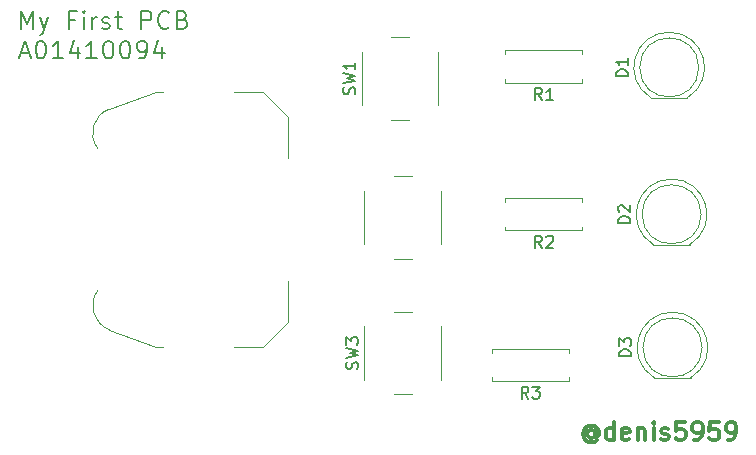
<source format=gto>
G04 #@! TF.GenerationSoftware,KiCad,Pcbnew,9.0.2*
G04 #@! TF.CreationDate,2025-05-20T16:04:07-06:00*
G04 #@! TF.ProjectId,test_kicad,74657374-5f6b-4696-9361-642e6b696361,rev?*
G04 #@! TF.SameCoordinates,Original*
G04 #@! TF.FileFunction,Legend,Top*
G04 #@! TF.FilePolarity,Positive*
%FSLAX46Y46*%
G04 Gerber Fmt 4.6, Leading zero omitted, Abs format (unit mm)*
G04 Created by KiCad (PCBNEW 9.0.2) date 2025-05-20 16:04:07*
%MOMM*%
%LPD*%
G01*
G04 APERTURE LIST*
%ADD10C,0.300000*%
%ADD11C,0.150000*%
%ADD12C,0.120000*%
%ADD13C,1.800000*%
%ADD14R,1.800000X1.800000*%
%ADD15R,5.080000X1.270000*%
%ADD16C,17.800000*%
%ADD17C,2.000000*%
%ADD18C,1.600000*%
G04 APERTURE END LIST*
D10*
X151483082Y-86886542D02*
X151411653Y-86815114D01*
X151411653Y-86815114D02*
X151268796Y-86743685D01*
X151268796Y-86743685D02*
X151125939Y-86743685D01*
X151125939Y-86743685D02*
X150983082Y-86815114D01*
X150983082Y-86815114D02*
X150911653Y-86886542D01*
X150911653Y-86886542D02*
X150840225Y-87029400D01*
X150840225Y-87029400D02*
X150840225Y-87172257D01*
X150840225Y-87172257D02*
X150911653Y-87315114D01*
X150911653Y-87315114D02*
X150983082Y-87386542D01*
X150983082Y-87386542D02*
X151125939Y-87457971D01*
X151125939Y-87457971D02*
X151268796Y-87457971D01*
X151268796Y-87457971D02*
X151411653Y-87386542D01*
X151411653Y-87386542D02*
X151483082Y-87315114D01*
X151483082Y-86743685D02*
X151483082Y-87315114D01*
X151483082Y-87315114D02*
X151554510Y-87386542D01*
X151554510Y-87386542D02*
X151625939Y-87386542D01*
X151625939Y-87386542D02*
X151768796Y-87315114D01*
X151768796Y-87315114D02*
X151840225Y-87172257D01*
X151840225Y-87172257D02*
X151840225Y-86815114D01*
X151840225Y-86815114D02*
X151697368Y-86600828D01*
X151697368Y-86600828D02*
X151483082Y-86457971D01*
X151483082Y-86457971D02*
X151197368Y-86386542D01*
X151197368Y-86386542D02*
X150911653Y-86457971D01*
X150911653Y-86457971D02*
X150697368Y-86600828D01*
X150697368Y-86600828D02*
X150554510Y-86815114D01*
X150554510Y-86815114D02*
X150483082Y-87100828D01*
X150483082Y-87100828D02*
X150554510Y-87386542D01*
X150554510Y-87386542D02*
X150697368Y-87600828D01*
X150697368Y-87600828D02*
X150911653Y-87743685D01*
X150911653Y-87743685D02*
X151197368Y-87815114D01*
X151197368Y-87815114D02*
X151483082Y-87743685D01*
X151483082Y-87743685D02*
X151697368Y-87600828D01*
X153125939Y-87600828D02*
X153125939Y-86100828D01*
X153125939Y-87529400D02*
X152983081Y-87600828D01*
X152983081Y-87600828D02*
X152697367Y-87600828D01*
X152697367Y-87600828D02*
X152554510Y-87529400D01*
X152554510Y-87529400D02*
X152483081Y-87457971D01*
X152483081Y-87457971D02*
X152411653Y-87315114D01*
X152411653Y-87315114D02*
X152411653Y-86886542D01*
X152411653Y-86886542D02*
X152483081Y-86743685D01*
X152483081Y-86743685D02*
X152554510Y-86672257D01*
X152554510Y-86672257D02*
X152697367Y-86600828D01*
X152697367Y-86600828D02*
X152983081Y-86600828D01*
X152983081Y-86600828D02*
X153125939Y-86672257D01*
X154411653Y-87529400D02*
X154268796Y-87600828D01*
X154268796Y-87600828D02*
X153983082Y-87600828D01*
X153983082Y-87600828D02*
X153840224Y-87529400D01*
X153840224Y-87529400D02*
X153768796Y-87386542D01*
X153768796Y-87386542D02*
X153768796Y-86815114D01*
X153768796Y-86815114D02*
X153840224Y-86672257D01*
X153840224Y-86672257D02*
X153983082Y-86600828D01*
X153983082Y-86600828D02*
X154268796Y-86600828D01*
X154268796Y-86600828D02*
X154411653Y-86672257D01*
X154411653Y-86672257D02*
X154483082Y-86815114D01*
X154483082Y-86815114D02*
X154483082Y-86957971D01*
X154483082Y-86957971D02*
X153768796Y-87100828D01*
X155125938Y-86600828D02*
X155125938Y-87600828D01*
X155125938Y-86743685D02*
X155197367Y-86672257D01*
X155197367Y-86672257D02*
X155340224Y-86600828D01*
X155340224Y-86600828D02*
X155554510Y-86600828D01*
X155554510Y-86600828D02*
X155697367Y-86672257D01*
X155697367Y-86672257D02*
X155768796Y-86815114D01*
X155768796Y-86815114D02*
X155768796Y-87600828D01*
X156483081Y-87600828D02*
X156483081Y-86600828D01*
X156483081Y-86100828D02*
X156411653Y-86172257D01*
X156411653Y-86172257D02*
X156483081Y-86243685D01*
X156483081Y-86243685D02*
X156554510Y-86172257D01*
X156554510Y-86172257D02*
X156483081Y-86100828D01*
X156483081Y-86100828D02*
X156483081Y-86243685D01*
X157125939Y-87529400D02*
X157268796Y-87600828D01*
X157268796Y-87600828D02*
X157554510Y-87600828D01*
X157554510Y-87600828D02*
X157697367Y-87529400D01*
X157697367Y-87529400D02*
X157768796Y-87386542D01*
X157768796Y-87386542D02*
X157768796Y-87315114D01*
X157768796Y-87315114D02*
X157697367Y-87172257D01*
X157697367Y-87172257D02*
X157554510Y-87100828D01*
X157554510Y-87100828D02*
X157340225Y-87100828D01*
X157340225Y-87100828D02*
X157197367Y-87029400D01*
X157197367Y-87029400D02*
X157125939Y-86886542D01*
X157125939Y-86886542D02*
X157125939Y-86815114D01*
X157125939Y-86815114D02*
X157197367Y-86672257D01*
X157197367Y-86672257D02*
X157340225Y-86600828D01*
X157340225Y-86600828D02*
X157554510Y-86600828D01*
X157554510Y-86600828D02*
X157697367Y-86672257D01*
X159125939Y-86100828D02*
X158411653Y-86100828D01*
X158411653Y-86100828D02*
X158340225Y-86815114D01*
X158340225Y-86815114D02*
X158411653Y-86743685D01*
X158411653Y-86743685D02*
X158554511Y-86672257D01*
X158554511Y-86672257D02*
X158911653Y-86672257D01*
X158911653Y-86672257D02*
X159054511Y-86743685D01*
X159054511Y-86743685D02*
X159125939Y-86815114D01*
X159125939Y-86815114D02*
X159197368Y-86957971D01*
X159197368Y-86957971D02*
X159197368Y-87315114D01*
X159197368Y-87315114D02*
X159125939Y-87457971D01*
X159125939Y-87457971D02*
X159054511Y-87529400D01*
X159054511Y-87529400D02*
X158911653Y-87600828D01*
X158911653Y-87600828D02*
X158554511Y-87600828D01*
X158554511Y-87600828D02*
X158411653Y-87529400D01*
X158411653Y-87529400D02*
X158340225Y-87457971D01*
X159911653Y-87600828D02*
X160197367Y-87600828D01*
X160197367Y-87600828D02*
X160340224Y-87529400D01*
X160340224Y-87529400D02*
X160411653Y-87457971D01*
X160411653Y-87457971D02*
X160554510Y-87243685D01*
X160554510Y-87243685D02*
X160625939Y-86957971D01*
X160625939Y-86957971D02*
X160625939Y-86386542D01*
X160625939Y-86386542D02*
X160554510Y-86243685D01*
X160554510Y-86243685D02*
X160483082Y-86172257D01*
X160483082Y-86172257D02*
X160340224Y-86100828D01*
X160340224Y-86100828D02*
X160054510Y-86100828D01*
X160054510Y-86100828D02*
X159911653Y-86172257D01*
X159911653Y-86172257D02*
X159840224Y-86243685D01*
X159840224Y-86243685D02*
X159768796Y-86386542D01*
X159768796Y-86386542D02*
X159768796Y-86743685D01*
X159768796Y-86743685D02*
X159840224Y-86886542D01*
X159840224Y-86886542D02*
X159911653Y-86957971D01*
X159911653Y-86957971D02*
X160054510Y-87029400D01*
X160054510Y-87029400D02*
X160340224Y-87029400D01*
X160340224Y-87029400D02*
X160483082Y-86957971D01*
X160483082Y-86957971D02*
X160554510Y-86886542D01*
X160554510Y-86886542D02*
X160625939Y-86743685D01*
X161983081Y-86100828D02*
X161268795Y-86100828D01*
X161268795Y-86100828D02*
X161197367Y-86815114D01*
X161197367Y-86815114D02*
X161268795Y-86743685D01*
X161268795Y-86743685D02*
X161411653Y-86672257D01*
X161411653Y-86672257D02*
X161768795Y-86672257D01*
X161768795Y-86672257D02*
X161911653Y-86743685D01*
X161911653Y-86743685D02*
X161983081Y-86815114D01*
X161983081Y-86815114D02*
X162054510Y-86957971D01*
X162054510Y-86957971D02*
X162054510Y-87315114D01*
X162054510Y-87315114D02*
X161983081Y-87457971D01*
X161983081Y-87457971D02*
X161911653Y-87529400D01*
X161911653Y-87529400D02*
X161768795Y-87600828D01*
X161768795Y-87600828D02*
X161411653Y-87600828D01*
X161411653Y-87600828D02*
X161268795Y-87529400D01*
X161268795Y-87529400D02*
X161197367Y-87457971D01*
X162768795Y-87600828D02*
X163054509Y-87600828D01*
X163054509Y-87600828D02*
X163197366Y-87529400D01*
X163197366Y-87529400D02*
X163268795Y-87457971D01*
X163268795Y-87457971D02*
X163411652Y-87243685D01*
X163411652Y-87243685D02*
X163483081Y-86957971D01*
X163483081Y-86957971D02*
X163483081Y-86386542D01*
X163483081Y-86386542D02*
X163411652Y-86243685D01*
X163411652Y-86243685D02*
X163340224Y-86172257D01*
X163340224Y-86172257D02*
X163197366Y-86100828D01*
X163197366Y-86100828D02*
X162911652Y-86100828D01*
X162911652Y-86100828D02*
X162768795Y-86172257D01*
X162768795Y-86172257D02*
X162697366Y-86243685D01*
X162697366Y-86243685D02*
X162625938Y-86386542D01*
X162625938Y-86386542D02*
X162625938Y-86743685D01*
X162625938Y-86743685D02*
X162697366Y-86886542D01*
X162697366Y-86886542D02*
X162768795Y-86957971D01*
X162768795Y-86957971D02*
X162911652Y-87029400D01*
X162911652Y-87029400D02*
X163197366Y-87029400D01*
X163197366Y-87029400D02*
X163340224Y-86957971D01*
X163340224Y-86957971D02*
X163411652Y-86886542D01*
X163411652Y-86886542D02*
X163483081Y-86743685D01*
D11*
X102955826Y-52808628D02*
X102955826Y-51308628D01*
X102955826Y-51308628D02*
X103455826Y-52380057D01*
X103455826Y-52380057D02*
X103955826Y-51308628D01*
X103955826Y-51308628D02*
X103955826Y-52808628D01*
X104527255Y-51808628D02*
X104884398Y-52808628D01*
X105241541Y-51808628D02*
X104884398Y-52808628D01*
X104884398Y-52808628D02*
X104741541Y-53165771D01*
X104741541Y-53165771D02*
X104670112Y-53237200D01*
X104670112Y-53237200D02*
X104527255Y-53308628D01*
X107455826Y-52022914D02*
X106955826Y-52022914D01*
X106955826Y-52808628D02*
X106955826Y-51308628D01*
X106955826Y-51308628D02*
X107670112Y-51308628D01*
X108241540Y-52808628D02*
X108241540Y-51808628D01*
X108241540Y-51308628D02*
X108170112Y-51380057D01*
X108170112Y-51380057D02*
X108241540Y-51451485D01*
X108241540Y-51451485D02*
X108312969Y-51380057D01*
X108312969Y-51380057D02*
X108241540Y-51308628D01*
X108241540Y-51308628D02*
X108241540Y-51451485D01*
X108955826Y-52808628D02*
X108955826Y-51808628D01*
X108955826Y-52094342D02*
X109027255Y-51951485D01*
X109027255Y-51951485D02*
X109098684Y-51880057D01*
X109098684Y-51880057D02*
X109241541Y-51808628D01*
X109241541Y-51808628D02*
X109384398Y-51808628D01*
X109812969Y-52737200D02*
X109955826Y-52808628D01*
X109955826Y-52808628D02*
X110241540Y-52808628D01*
X110241540Y-52808628D02*
X110384397Y-52737200D01*
X110384397Y-52737200D02*
X110455826Y-52594342D01*
X110455826Y-52594342D02*
X110455826Y-52522914D01*
X110455826Y-52522914D02*
X110384397Y-52380057D01*
X110384397Y-52380057D02*
X110241540Y-52308628D01*
X110241540Y-52308628D02*
X110027255Y-52308628D01*
X110027255Y-52308628D02*
X109884397Y-52237200D01*
X109884397Y-52237200D02*
X109812969Y-52094342D01*
X109812969Y-52094342D02*
X109812969Y-52022914D01*
X109812969Y-52022914D02*
X109884397Y-51880057D01*
X109884397Y-51880057D02*
X110027255Y-51808628D01*
X110027255Y-51808628D02*
X110241540Y-51808628D01*
X110241540Y-51808628D02*
X110384397Y-51880057D01*
X110884398Y-51808628D02*
X111455826Y-51808628D01*
X111098683Y-51308628D02*
X111098683Y-52594342D01*
X111098683Y-52594342D02*
X111170112Y-52737200D01*
X111170112Y-52737200D02*
X111312969Y-52808628D01*
X111312969Y-52808628D02*
X111455826Y-52808628D01*
X113098683Y-52808628D02*
X113098683Y-51308628D01*
X113098683Y-51308628D02*
X113670112Y-51308628D01*
X113670112Y-51308628D02*
X113812969Y-51380057D01*
X113812969Y-51380057D02*
X113884398Y-51451485D01*
X113884398Y-51451485D02*
X113955826Y-51594342D01*
X113955826Y-51594342D02*
X113955826Y-51808628D01*
X113955826Y-51808628D02*
X113884398Y-51951485D01*
X113884398Y-51951485D02*
X113812969Y-52022914D01*
X113812969Y-52022914D02*
X113670112Y-52094342D01*
X113670112Y-52094342D02*
X113098683Y-52094342D01*
X115455826Y-52665771D02*
X115384398Y-52737200D01*
X115384398Y-52737200D02*
X115170112Y-52808628D01*
X115170112Y-52808628D02*
X115027255Y-52808628D01*
X115027255Y-52808628D02*
X114812969Y-52737200D01*
X114812969Y-52737200D02*
X114670112Y-52594342D01*
X114670112Y-52594342D02*
X114598683Y-52451485D01*
X114598683Y-52451485D02*
X114527255Y-52165771D01*
X114527255Y-52165771D02*
X114527255Y-51951485D01*
X114527255Y-51951485D02*
X114598683Y-51665771D01*
X114598683Y-51665771D02*
X114670112Y-51522914D01*
X114670112Y-51522914D02*
X114812969Y-51380057D01*
X114812969Y-51380057D02*
X115027255Y-51308628D01*
X115027255Y-51308628D02*
X115170112Y-51308628D01*
X115170112Y-51308628D02*
X115384398Y-51380057D01*
X115384398Y-51380057D02*
X115455826Y-51451485D01*
X116598683Y-52022914D02*
X116812969Y-52094342D01*
X116812969Y-52094342D02*
X116884398Y-52165771D01*
X116884398Y-52165771D02*
X116955826Y-52308628D01*
X116955826Y-52308628D02*
X116955826Y-52522914D01*
X116955826Y-52522914D02*
X116884398Y-52665771D01*
X116884398Y-52665771D02*
X116812969Y-52737200D01*
X116812969Y-52737200D02*
X116670112Y-52808628D01*
X116670112Y-52808628D02*
X116098683Y-52808628D01*
X116098683Y-52808628D02*
X116098683Y-51308628D01*
X116098683Y-51308628D02*
X116598683Y-51308628D01*
X116598683Y-51308628D02*
X116741541Y-51380057D01*
X116741541Y-51380057D02*
X116812969Y-51451485D01*
X116812969Y-51451485D02*
X116884398Y-51594342D01*
X116884398Y-51594342D02*
X116884398Y-51737200D01*
X116884398Y-51737200D02*
X116812969Y-51880057D01*
X116812969Y-51880057D02*
X116741541Y-51951485D01*
X116741541Y-51951485D02*
X116598683Y-52022914D01*
X116598683Y-52022914D02*
X116098683Y-52022914D01*
X102884398Y-54880057D02*
X103598684Y-54880057D01*
X102741541Y-55308628D02*
X103241541Y-53808628D01*
X103241541Y-53808628D02*
X103741541Y-55308628D01*
X104527255Y-53808628D02*
X104670112Y-53808628D01*
X104670112Y-53808628D02*
X104812969Y-53880057D01*
X104812969Y-53880057D02*
X104884398Y-53951485D01*
X104884398Y-53951485D02*
X104955826Y-54094342D01*
X104955826Y-54094342D02*
X105027255Y-54380057D01*
X105027255Y-54380057D02*
X105027255Y-54737200D01*
X105027255Y-54737200D02*
X104955826Y-55022914D01*
X104955826Y-55022914D02*
X104884398Y-55165771D01*
X104884398Y-55165771D02*
X104812969Y-55237200D01*
X104812969Y-55237200D02*
X104670112Y-55308628D01*
X104670112Y-55308628D02*
X104527255Y-55308628D01*
X104527255Y-55308628D02*
X104384398Y-55237200D01*
X104384398Y-55237200D02*
X104312969Y-55165771D01*
X104312969Y-55165771D02*
X104241540Y-55022914D01*
X104241540Y-55022914D02*
X104170112Y-54737200D01*
X104170112Y-54737200D02*
X104170112Y-54380057D01*
X104170112Y-54380057D02*
X104241540Y-54094342D01*
X104241540Y-54094342D02*
X104312969Y-53951485D01*
X104312969Y-53951485D02*
X104384398Y-53880057D01*
X104384398Y-53880057D02*
X104527255Y-53808628D01*
X106455826Y-55308628D02*
X105598683Y-55308628D01*
X106027254Y-55308628D02*
X106027254Y-53808628D01*
X106027254Y-53808628D02*
X105884397Y-54022914D01*
X105884397Y-54022914D02*
X105741540Y-54165771D01*
X105741540Y-54165771D02*
X105598683Y-54237200D01*
X107741540Y-54308628D02*
X107741540Y-55308628D01*
X107384397Y-53737200D02*
X107027254Y-54808628D01*
X107027254Y-54808628D02*
X107955825Y-54808628D01*
X109312968Y-55308628D02*
X108455825Y-55308628D01*
X108884396Y-55308628D02*
X108884396Y-53808628D01*
X108884396Y-53808628D02*
X108741539Y-54022914D01*
X108741539Y-54022914D02*
X108598682Y-54165771D01*
X108598682Y-54165771D02*
X108455825Y-54237200D01*
X110241539Y-53808628D02*
X110384396Y-53808628D01*
X110384396Y-53808628D02*
X110527253Y-53880057D01*
X110527253Y-53880057D02*
X110598682Y-53951485D01*
X110598682Y-53951485D02*
X110670110Y-54094342D01*
X110670110Y-54094342D02*
X110741539Y-54380057D01*
X110741539Y-54380057D02*
X110741539Y-54737200D01*
X110741539Y-54737200D02*
X110670110Y-55022914D01*
X110670110Y-55022914D02*
X110598682Y-55165771D01*
X110598682Y-55165771D02*
X110527253Y-55237200D01*
X110527253Y-55237200D02*
X110384396Y-55308628D01*
X110384396Y-55308628D02*
X110241539Y-55308628D01*
X110241539Y-55308628D02*
X110098682Y-55237200D01*
X110098682Y-55237200D02*
X110027253Y-55165771D01*
X110027253Y-55165771D02*
X109955824Y-55022914D01*
X109955824Y-55022914D02*
X109884396Y-54737200D01*
X109884396Y-54737200D02*
X109884396Y-54380057D01*
X109884396Y-54380057D02*
X109955824Y-54094342D01*
X109955824Y-54094342D02*
X110027253Y-53951485D01*
X110027253Y-53951485D02*
X110098682Y-53880057D01*
X110098682Y-53880057D02*
X110241539Y-53808628D01*
X111670110Y-53808628D02*
X111812967Y-53808628D01*
X111812967Y-53808628D02*
X111955824Y-53880057D01*
X111955824Y-53880057D02*
X112027253Y-53951485D01*
X112027253Y-53951485D02*
X112098681Y-54094342D01*
X112098681Y-54094342D02*
X112170110Y-54380057D01*
X112170110Y-54380057D02*
X112170110Y-54737200D01*
X112170110Y-54737200D02*
X112098681Y-55022914D01*
X112098681Y-55022914D02*
X112027253Y-55165771D01*
X112027253Y-55165771D02*
X111955824Y-55237200D01*
X111955824Y-55237200D02*
X111812967Y-55308628D01*
X111812967Y-55308628D02*
X111670110Y-55308628D01*
X111670110Y-55308628D02*
X111527253Y-55237200D01*
X111527253Y-55237200D02*
X111455824Y-55165771D01*
X111455824Y-55165771D02*
X111384395Y-55022914D01*
X111384395Y-55022914D02*
X111312967Y-54737200D01*
X111312967Y-54737200D02*
X111312967Y-54380057D01*
X111312967Y-54380057D02*
X111384395Y-54094342D01*
X111384395Y-54094342D02*
X111455824Y-53951485D01*
X111455824Y-53951485D02*
X111527253Y-53880057D01*
X111527253Y-53880057D02*
X111670110Y-53808628D01*
X112884395Y-55308628D02*
X113170109Y-55308628D01*
X113170109Y-55308628D02*
X113312966Y-55237200D01*
X113312966Y-55237200D02*
X113384395Y-55165771D01*
X113384395Y-55165771D02*
X113527252Y-54951485D01*
X113527252Y-54951485D02*
X113598681Y-54665771D01*
X113598681Y-54665771D02*
X113598681Y-54094342D01*
X113598681Y-54094342D02*
X113527252Y-53951485D01*
X113527252Y-53951485D02*
X113455824Y-53880057D01*
X113455824Y-53880057D02*
X113312966Y-53808628D01*
X113312966Y-53808628D02*
X113027252Y-53808628D01*
X113027252Y-53808628D02*
X112884395Y-53880057D01*
X112884395Y-53880057D02*
X112812966Y-53951485D01*
X112812966Y-53951485D02*
X112741538Y-54094342D01*
X112741538Y-54094342D02*
X112741538Y-54451485D01*
X112741538Y-54451485D02*
X112812966Y-54594342D01*
X112812966Y-54594342D02*
X112884395Y-54665771D01*
X112884395Y-54665771D02*
X113027252Y-54737200D01*
X113027252Y-54737200D02*
X113312966Y-54737200D01*
X113312966Y-54737200D02*
X113455824Y-54665771D01*
X113455824Y-54665771D02*
X113527252Y-54594342D01*
X113527252Y-54594342D02*
X113598681Y-54451485D01*
X114884395Y-54308628D02*
X114884395Y-55308628D01*
X114527252Y-53737200D02*
X114170109Y-54808628D01*
X114170109Y-54808628D02*
X115098680Y-54808628D01*
X154294819Y-56808094D02*
X153294819Y-56808094D01*
X153294819Y-56808094D02*
X153294819Y-56569999D01*
X153294819Y-56569999D02*
X153342438Y-56427142D01*
X153342438Y-56427142D02*
X153437676Y-56331904D01*
X153437676Y-56331904D02*
X153532914Y-56284285D01*
X153532914Y-56284285D02*
X153723390Y-56236666D01*
X153723390Y-56236666D02*
X153866247Y-56236666D01*
X153866247Y-56236666D02*
X154056723Y-56284285D01*
X154056723Y-56284285D02*
X154151961Y-56331904D01*
X154151961Y-56331904D02*
X154247200Y-56427142D01*
X154247200Y-56427142D02*
X154294819Y-56569999D01*
X154294819Y-56569999D02*
X154294819Y-56808094D01*
X154294819Y-55284285D02*
X154294819Y-55855713D01*
X154294819Y-55569999D02*
X153294819Y-55569999D01*
X153294819Y-55569999D02*
X153437676Y-55665237D01*
X153437676Y-55665237D02*
X153532914Y-55760475D01*
X153532914Y-55760475D02*
X153580533Y-55855713D01*
X131407200Y-81583332D02*
X131454819Y-81440475D01*
X131454819Y-81440475D02*
X131454819Y-81202380D01*
X131454819Y-81202380D02*
X131407200Y-81107142D01*
X131407200Y-81107142D02*
X131359580Y-81059523D01*
X131359580Y-81059523D02*
X131264342Y-81011904D01*
X131264342Y-81011904D02*
X131169104Y-81011904D01*
X131169104Y-81011904D02*
X131073866Y-81059523D01*
X131073866Y-81059523D02*
X131026247Y-81107142D01*
X131026247Y-81107142D02*
X130978628Y-81202380D01*
X130978628Y-81202380D02*
X130931009Y-81392856D01*
X130931009Y-81392856D02*
X130883390Y-81488094D01*
X130883390Y-81488094D02*
X130835771Y-81535713D01*
X130835771Y-81535713D02*
X130740533Y-81583332D01*
X130740533Y-81583332D02*
X130645295Y-81583332D01*
X130645295Y-81583332D02*
X130550057Y-81535713D01*
X130550057Y-81535713D02*
X130502438Y-81488094D01*
X130502438Y-81488094D02*
X130454819Y-81392856D01*
X130454819Y-81392856D02*
X130454819Y-81154761D01*
X130454819Y-81154761D02*
X130502438Y-81011904D01*
X130454819Y-80678570D02*
X131454819Y-80440475D01*
X131454819Y-80440475D02*
X130740533Y-80249999D01*
X130740533Y-80249999D02*
X131454819Y-80059523D01*
X131454819Y-80059523D02*
X130454819Y-79821428D01*
X130454819Y-79535713D02*
X130454819Y-78916666D01*
X130454819Y-78916666D02*
X130835771Y-79249999D01*
X130835771Y-79249999D02*
X130835771Y-79107142D01*
X130835771Y-79107142D02*
X130883390Y-79011904D01*
X130883390Y-79011904D02*
X130931009Y-78964285D01*
X130931009Y-78964285D02*
X131026247Y-78916666D01*
X131026247Y-78916666D02*
X131264342Y-78916666D01*
X131264342Y-78916666D02*
X131359580Y-78964285D01*
X131359580Y-78964285D02*
X131407200Y-79011904D01*
X131407200Y-79011904D02*
X131454819Y-79107142D01*
X131454819Y-79107142D02*
X131454819Y-79392856D01*
X131454819Y-79392856D02*
X131407200Y-79488094D01*
X131407200Y-79488094D02*
X131359580Y-79535713D01*
X145883333Y-84104819D02*
X145550000Y-83628628D01*
X145311905Y-84104819D02*
X145311905Y-83104819D01*
X145311905Y-83104819D02*
X145692857Y-83104819D01*
X145692857Y-83104819D02*
X145788095Y-83152438D01*
X145788095Y-83152438D02*
X145835714Y-83200057D01*
X145835714Y-83200057D02*
X145883333Y-83295295D01*
X145883333Y-83295295D02*
X145883333Y-83438152D01*
X145883333Y-83438152D02*
X145835714Y-83533390D01*
X145835714Y-83533390D02*
X145788095Y-83581009D01*
X145788095Y-83581009D02*
X145692857Y-83628628D01*
X145692857Y-83628628D02*
X145311905Y-83628628D01*
X146216667Y-83104819D02*
X146835714Y-83104819D01*
X146835714Y-83104819D02*
X146502381Y-83485771D01*
X146502381Y-83485771D02*
X146645238Y-83485771D01*
X146645238Y-83485771D02*
X146740476Y-83533390D01*
X146740476Y-83533390D02*
X146788095Y-83581009D01*
X146788095Y-83581009D02*
X146835714Y-83676247D01*
X146835714Y-83676247D02*
X146835714Y-83914342D01*
X146835714Y-83914342D02*
X146788095Y-84009580D01*
X146788095Y-84009580D02*
X146740476Y-84057200D01*
X146740476Y-84057200D02*
X146645238Y-84104819D01*
X146645238Y-84104819D02*
X146359524Y-84104819D01*
X146359524Y-84104819D02*
X146264286Y-84057200D01*
X146264286Y-84057200D02*
X146216667Y-84009580D01*
X147023333Y-58824819D02*
X146690000Y-58348628D01*
X146451905Y-58824819D02*
X146451905Y-57824819D01*
X146451905Y-57824819D02*
X146832857Y-57824819D01*
X146832857Y-57824819D02*
X146928095Y-57872438D01*
X146928095Y-57872438D02*
X146975714Y-57920057D01*
X146975714Y-57920057D02*
X147023333Y-58015295D01*
X147023333Y-58015295D02*
X147023333Y-58158152D01*
X147023333Y-58158152D02*
X146975714Y-58253390D01*
X146975714Y-58253390D02*
X146928095Y-58301009D01*
X146928095Y-58301009D02*
X146832857Y-58348628D01*
X146832857Y-58348628D02*
X146451905Y-58348628D01*
X147975714Y-58824819D02*
X147404286Y-58824819D01*
X147690000Y-58824819D02*
X147690000Y-57824819D01*
X147690000Y-57824819D02*
X147594762Y-57967676D01*
X147594762Y-57967676D02*
X147499524Y-58062914D01*
X147499524Y-58062914D02*
X147404286Y-58110533D01*
X154494819Y-69243094D02*
X153494819Y-69243094D01*
X153494819Y-69243094D02*
X153494819Y-69004999D01*
X153494819Y-69004999D02*
X153542438Y-68862142D01*
X153542438Y-68862142D02*
X153637676Y-68766904D01*
X153637676Y-68766904D02*
X153732914Y-68719285D01*
X153732914Y-68719285D02*
X153923390Y-68671666D01*
X153923390Y-68671666D02*
X154066247Y-68671666D01*
X154066247Y-68671666D02*
X154256723Y-68719285D01*
X154256723Y-68719285D02*
X154351961Y-68766904D01*
X154351961Y-68766904D02*
X154447200Y-68862142D01*
X154447200Y-68862142D02*
X154494819Y-69004999D01*
X154494819Y-69004999D02*
X154494819Y-69243094D01*
X153590057Y-68290713D02*
X153542438Y-68243094D01*
X153542438Y-68243094D02*
X153494819Y-68147856D01*
X153494819Y-68147856D02*
X153494819Y-67909761D01*
X153494819Y-67909761D02*
X153542438Y-67814523D01*
X153542438Y-67814523D02*
X153590057Y-67766904D01*
X153590057Y-67766904D02*
X153685295Y-67719285D01*
X153685295Y-67719285D02*
X153780533Y-67719285D01*
X153780533Y-67719285D02*
X153923390Y-67766904D01*
X153923390Y-67766904D02*
X154494819Y-68338332D01*
X154494819Y-68338332D02*
X154494819Y-67719285D01*
X147023333Y-71324819D02*
X146690000Y-70848628D01*
X146451905Y-71324819D02*
X146451905Y-70324819D01*
X146451905Y-70324819D02*
X146832857Y-70324819D01*
X146832857Y-70324819D02*
X146928095Y-70372438D01*
X146928095Y-70372438D02*
X146975714Y-70420057D01*
X146975714Y-70420057D02*
X147023333Y-70515295D01*
X147023333Y-70515295D02*
X147023333Y-70658152D01*
X147023333Y-70658152D02*
X146975714Y-70753390D01*
X146975714Y-70753390D02*
X146928095Y-70801009D01*
X146928095Y-70801009D02*
X146832857Y-70848628D01*
X146832857Y-70848628D02*
X146451905Y-70848628D01*
X147404286Y-70420057D02*
X147451905Y-70372438D01*
X147451905Y-70372438D02*
X147547143Y-70324819D01*
X147547143Y-70324819D02*
X147785238Y-70324819D01*
X147785238Y-70324819D02*
X147880476Y-70372438D01*
X147880476Y-70372438D02*
X147928095Y-70420057D01*
X147928095Y-70420057D02*
X147975714Y-70515295D01*
X147975714Y-70515295D02*
X147975714Y-70610533D01*
X147975714Y-70610533D02*
X147928095Y-70753390D01*
X147928095Y-70753390D02*
X147356667Y-71324819D01*
X147356667Y-71324819D02*
X147975714Y-71324819D01*
X131157200Y-58333332D02*
X131204819Y-58190475D01*
X131204819Y-58190475D02*
X131204819Y-57952380D01*
X131204819Y-57952380D02*
X131157200Y-57857142D01*
X131157200Y-57857142D02*
X131109580Y-57809523D01*
X131109580Y-57809523D02*
X131014342Y-57761904D01*
X131014342Y-57761904D02*
X130919104Y-57761904D01*
X130919104Y-57761904D02*
X130823866Y-57809523D01*
X130823866Y-57809523D02*
X130776247Y-57857142D01*
X130776247Y-57857142D02*
X130728628Y-57952380D01*
X130728628Y-57952380D02*
X130681009Y-58142856D01*
X130681009Y-58142856D02*
X130633390Y-58238094D01*
X130633390Y-58238094D02*
X130585771Y-58285713D01*
X130585771Y-58285713D02*
X130490533Y-58333332D01*
X130490533Y-58333332D02*
X130395295Y-58333332D01*
X130395295Y-58333332D02*
X130300057Y-58285713D01*
X130300057Y-58285713D02*
X130252438Y-58238094D01*
X130252438Y-58238094D02*
X130204819Y-58142856D01*
X130204819Y-58142856D02*
X130204819Y-57904761D01*
X130204819Y-57904761D02*
X130252438Y-57761904D01*
X130204819Y-57428570D02*
X131204819Y-57190475D01*
X131204819Y-57190475D02*
X130490533Y-56999999D01*
X130490533Y-56999999D02*
X131204819Y-56809523D01*
X131204819Y-56809523D02*
X130204819Y-56571428D01*
X131204819Y-55666666D02*
X131204819Y-56238094D01*
X131204819Y-55952380D02*
X130204819Y-55952380D01*
X130204819Y-55952380D02*
X130347676Y-56047618D01*
X130347676Y-56047618D02*
X130442914Y-56142856D01*
X130442914Y-56142856D02*
X130490533Y-56238094D01*
X154574819Y-80518094D02*
X153574819Y-80518094D01*
X153574819Y-80518094D02*
X153574819Y-80279999D01*
X153574819Y-80279999D02*
X153622438Y-80137142D01*
X153622438Y-80137142D02*
X153717676Y-80041904D01*
X153717676Y-80041904D02*
X153812914Y-79994285D01*
X153812914Y-79994285D02*
X154003390Y-79946666D01*
X154003390Y-79946666D02*
X154146247Y-79946666D01*
X154146247Y-79946666D02*
X154336723Y-79994285D01*
X154336723Y-79994285D02*
X154431961Y-80041904D01*
X154431961Y-80041904D02*
X154527200Y-80137142D01*
X154527200Y-80137142D02*
X154574819Y-80279999D01*
X154574819Y-80279999D02*
X154574819Y-80518094D01*
X153574819Y-79613332D02*
X153574819Y-78994285D01*
X153574819Y-78994285D02*
X153955771Y-79327618D01*
X153955771Y-79327618D02*
X153955771Y-79184761D01*
X153955771Y-79184761D02*
X154003390Y-79089523D01*
X154003390Y-79089523D02*
X154051009Y-79041904D01*
X154051009Y-79041904D02*
X154146247Y-78994285D01*
X154146247Y-78994285D02*
X154384342Y-78994285D01*
X154384342Y-78994285D02*
X154479580Y-79041904D01*
X154479580Y-79041904D02*
X154527200Y-79089523D01*
X154527200Y-79089523D02*
X154574819Y-79184761D01*
X154574819Y-79184761D02*
X154574819Y-79470475D01*
X154574819Y-79470475D02*
X154527200Y-79565713D01*
X154527200Y-79565713D02*
X154479580Y-79613332D01*
D12*
G04 #@! TO.C,D1*
X160300000Y-56070000D02*
G75*
G02*
X155300000Y-56070000I-2500000J0D01*
G01*
X155300000Y-56070000D02*
G75*
G02*
X160300000Y-56070000I2500000J0D01*
G01*
X157800000Y-53080000D02*
G75*
G02*
X159344830Y-58630000I0J-2990000D01*
G01*
X156255170Y-58630000D02*
G75*
G02*
X157800000Y-53080000I1544830J2560000D01*
G01*
X156255000Y-58630000D02*
X159345000Y-58630000D01*
G04 #@! TO.C,BT1*
X114353000Y-58155600D02*
X110403000Y-59595600D01*
X114353000Y-79715600D02*
X110403000Y-78275600D01*
X114983000Y-58155600D02*
X114353000Y-58155600D01*
X114983000Y-79715600D02*
X114353000Y-79715600D01*
X123443000Y-58155600D02*
X120983000Y-58155600D01*
X123443000Y-79715600D02*
X120983000Y-79715600D01*
X125523000Y-60235600D02*
X123443000Y-58155600D01*
X125523000Y-63735600D02*
X125523000Y-60235600D01*
X125523000Y-77635600D02*
X123443000Y-79715600D01*
X125523000Y-77635600D02*
X125523000Y-74135600D01*
X109416470Y-62932246D02*
G75*
G02*
X110403000Y-59595600I1716531J1306646D01*
G01*
X110394831Y-78260843D02*
G75*
G02*
X109433000Y-74935600I738169J2015243D01*
G01*
G04 #@! TO.C,SW3*
X134500000Y-83750000D02*
X136000000Y-83750000D01*
X138500000Y-82500000D02*
X138500000Y-78000000D01*
X132000000Y-78000000D02*
X132000000Y-82500000D01*
X136000000Y-76750000D02*
X134500000Y-76750000D01*
G04 #@! TO.C,R3*
X149320000Y-82650000D02*
X142780000Y-82650000D01*
X149320000Y-82320000D02*
X149320000Y-82650000D01*
X149320000Y-80240000D02*
X149320000Y-79910000D01*
X149320000Y-79910000D02*
X142780000Y-79910000D01*
X142780000Y-82650000D02*
X142780000Y-82320000D01*
X142780000Y-79910000D02*
X142780000Y-80240000D01*
G04 #@! TO.C,SW2*
X134500000Y-72250000D02*
X136000000Y-72250000D01*
X138500000Y-71000000D02*
X138500000Y-66500000D01*
X132000000Y-66500000D02*
X132000000Y-71000000D01*
X136000000Y-65250000D02*
X134500000Y-65250000D01*
G04 #@! TO.C,R1*
X143920000Y-54630000D02*
X143920000Y-54960000D01*
X143920000Y-57370000D02*
X143920000Y-57040000D01*
X150460000Y-54630000D02*
X143920000Y-54630000D01*
X150460000Y-54960000D02*
X150460000Y-54630000D01*
X150460000Y-57040000D02*
X150460000Y-57370000D01*
X150460000Y-57370000D02*
X143920000Y-57370000D01*
G04 #@! TO.C,D2*
X156455000Y-71065000D02*
X159545000Y-71065000D01*
X156455170Y-71065000D02*
G75*
G02*
X158000000Y-65515000I1544830J2560000D01*
G01*
X158000000Y-65515000D02*
G75*
G02*
X159544830Y-71065000I0J-2990000D01*
G01*
X160500000Y-68505000D02*
G75*
G02*
X155500000Y-68505000I-2500000J0D01*
G01*
X155500000Y-68505000D02*
G75*
G02*
X160500000Y-68505000I2500000J0D01*
G01*
G04 #@! TO.C,R2*
X150460000Y-69870000D02*
X143920000Y-69870000D01*
X150460000Y-69540000D02*
X150460000Y-69870000D01*
X150460000Y-67460000D02*
X150460000Y-67130000D01*
X150460000Y-67130000D02*
X143920000Y-67130000D01*
X143920000Y-69870000D02*
X143920000Y-69540000D01*
X143920000Y-67130000D02*
X143920000Y-67460000D01*
G04 #@! TO.C,SW1*
X134250000Y-60500000D02*
X135750000Y-60500000D01*
X138250000Y-59250000D02*
X138250000Y-54750000D01*
X131750000Y-54750000D02*
X131750000Y-59250000D01*
X135750000Y-53500000D02*
X134250000Y-53500000D01*
G04 #@! TO.C,D3*
X156535000Y-82340000D02*
X159625000Y-82340000D01*
X156535170Y-82340000D02*
G75*
G02*
X158080000Y-76790000I1544830J2560000D01*
G01*
X158080000Y-76790000D02*
G75*
G02*
X159624830Y-82340000I0J-2990000D01*
G01*
X160580000Y-79780000D02*
G75*
G02*
X155580000Y-79780000I-2500000J0D01*
G01*
X155580000Y-79780000D02*
G75*
G02*
X160580000Y-79780000I2500000J0D01*
G01*
G04 #@! TD*
%LPC*%
D13*
G04 #@! TO.C,D1*
X157800000Y-54800000D03*
D14*
X157800000Y-57340000D03*
G04 #@! TD*
D15*
G04 #@! TO.C,BT1*
X117983000Y-57950600D03*
X117983000Y-79920600D03*
D16*
X117983000Y-68935600D03*
G04 #@! TD*
D17*
G04 #@! TO.C,SW3*
X133000000Y-83500000D03*
X133000000Y-77000000D03*
X137500000Y-83500000D03*
X137500000Y-77000000D03*
G04 #@! TD*
D18*
G04 #@! TO.C,R3*
X149860000Y-81280000D03*
X142240000Y-81280000D03*
G04 #@! TD*
D17*
G04 #@! TO.C,SW2*
X133000000Y-72000000D03*
X133000000Y-65500000D03*
X137500000Y-72000000D03*
X137500000Y-65500000D03*
G04 #@! TD*
D18*
G04 #@! TO.C,R1*
X151000000Y-56000000D03*
X143380000Y-56000000D03*
G04 #@! TD*
D14*
G04 #@! TO.C,D2*
X158000000Y-69775000D03*
D13*
X158000000Y-67235000D03*
G04 #@! TD*
D18*
G04 #@! TO.C,R2*
X151000000Y-68500000D03*
X143380000Y-68500000D03*
G04 #@! TD*
D17*
G04 #@! TO.C,SW1*
X132750000Y-60250000D03*
X132750000Y-53750000D03*
X137250000Y-60250000D03*
X137250000Y-53750000D03*
G04 #@! TD*
D14*
G04 #@! TO.C,D3*
X158080000Y-81050000D03*
D13*
X158080000Y-78510000D03*
G04 #@! TD*
%LPD*%
M02*

</source>
